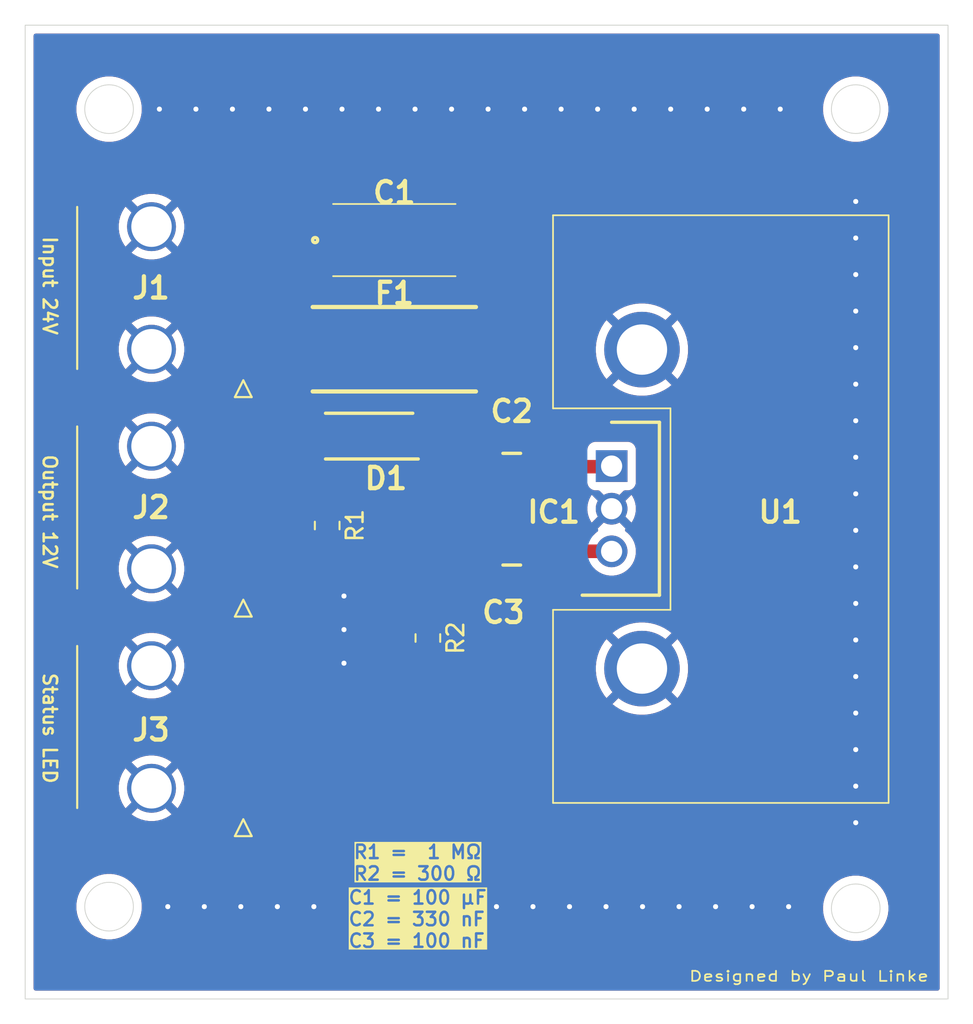
<source format=kicad_pcb>
(kicad_pcb (version 20241229) (generator "pcbnew") (generator_version "9.0")
  (layers (0 "F.Cu" signal) (2 "B.Cu" signal) (13 "F.Paste" user) (15 "B.Paste" user) (5 "F.SilkS" user "F.Silkscreen") (7 "B.SilkS" user "B.Silkscreen") (1 "F.Mask" user) (3 "B.Mask" user) (25 "Edge.Cuts" user))
  (net 0 "")
  (net 1 "Net-(C1-Pad1)")
  (net 2 "GND")
  (net 3 "Net-(IC1-INPUT)")
  (net 4 "Net-(D1-Pad2)")
  (net 5 "Net-(IC1-OUTPUT)")
  (net 6 "Net-(J3-Pad1)")
  (footprint "Diode_1000V_1A_DO-214AC:DIOM5227X270N" (layer "F.Cu") (at 148 93.975 180)
    (property "Reference" "D1" (at -1 -2.525 180) (layer "F.SilkS") (effects (font (size 1.27 1.27) (thickness 0.254))))
    (property "Value" "S1M" (hide yes))
    (fp_line (start 2.6 -1.362) (end -2.925 -1.362) (stroke (width 0.2)) (layer "F.SilkS"))
    (fp_line (start -2.6 1.362) (end 2.6 1.362) (stroke (width 0.2)) (layer "F.SilkS"))
    (pad "1" smd rect (at -2.15 0 270) (size 1.55 2.35) (layers "F.Cu" "F.Mask" "F.Paste") (net 3 "Net-(IC1-INPUT)"))
    (pad "2" smd rect (at 2.15 0 270) (size 1.55 2.35) (layers "F.Cu" "F.Mask" "F.Paste") (net 4 "Net-(D1-Pad2)"))
  )
  (footprint "Capacitor_Ceramic_330nF:CAPC2012X100N" (layer "F.Cu") (at 156.5 95 90)
    (property "Reference" "C2" (at 2.5 0 180) (layer "F.SilkS") (effects (font (size 1.27 1.27) (thickness 0.254))))
    (property "Value" "330 nF" (hide yes))
    (fp_line (start 0 -0.525) (end 0 0.525) (stroke (width 0.2)) (layer "F.SilkS"))
    (pad "1" smd rect (at -0.82 0 90) (size 0.91 1.39) (layers "F.Cu" "F.Mask" "F.Paste") (net 3 "Net-(IC1-INPUT)"))
    (pad "2" smd rect (at 0.82 0 90) (size 0.91 1.39) (layers "F.Cu" "F.Mask" "F.Paste") (net 2 "GND"))
  )
  (footprint "Molex_Microfit_2Pin:43650-02YY_091011" (layer "F.Cu") (at 140.5 85.15 -90)
    (property "Reference" "J1" (at 0 5.5 0) (layer "F.SilkS") (effects (font (size 1.27 1.27) (thickness 0.254))))
    (property "Value" "Input 12V" (hide yes))
    (fp_line (start 4.825 9.9) (end -4.825 9.9) (stroke (width 0.127)) (layer "F.SilkS"))
    (fp_line (start 6.5 0.5) (end 5.5 0) (stroke (width 0.127)) (layer "F.SilkS"))
    (fp_line (start 5.5 0) (end 6.5 -0.5) (stroke (width 0.127)) (layer "F.SilkS"))
    (fp_line (start 6.5 -0.5) (end 6.5 0.5) (stroke (width 0.127)) (layer "F.SilkS"))
    (pad "1" smd rect (at 1.5 0 270) (size 1.27 2.92) (layers "F.Cu" "F.Mask" "F.Paste") (net 2 "GND"))
    (pad "2" smd rect (at -1.5 0 270) (size 1.27 2.92) (layers "F.Cu" "F.Mask" "F.Paste") (net 1 "Net-(C1-Pad1)"))
    (pad "3" thru_hole circle (at 3.65 5.47 270) (size 2.91 2.91) (drill 2.41) (layers "*.Cu" "*.Mask") (net 2 "GND"))
    (pad "4" thru_hole circle (at -3.65 5.47 270) (size 2.91 2.91) (drill 2.41) (layers "*.Cu" "*.Mask") (net 2 "GND"))
  )
  (footprint "LDO_21V-6V_BA17806CP-E2:TO254P460X1010X1720-3P" (layer "F.Cu") (at 162.45 95.76 -90)
    (property "Reference" "IC1" (at 2.74 3.45 0) (layer "F.SilkS") (effects (font (size 1.27 1.27) (thickness 0.254))))
    (property "Value" "LDO" (hide yes))
    (fp_line (start 7.69 1.75) (end 7.69 -2.85) (stroke (width 0.2)) (layer "F.SilkS"))
    (fp_line (start -2.61 -2.85) (end -2.61 0) (stroke (width 0.2)) (layer "F.SilkS"))
    (fp_line (start 7.69 -2.85) (end -2.61 -2.85) (stroke (width 0.2)) (layer "F.SilkS"))
    (pad "1" thru_hole rect (at 0 0 270) (size 1.89 1.89) (drill 1.26) (layers "*.Cu" "*.Mask") (net 3 "Net-(IC1-INPUT)"))
    (pad "2" thru_hole circle (at 2.54 0 270) (size 1.89 1.89) (drill 1.26) (layers "*.Cu" "*.Mask") (net 2 "GND"))
    (pad "3" thru_hole circle (at 5.08 0 270) (size 1.89 1.89) (drill 1.26) (layers "*.Cu" "*.Mask") (net 5 "Net-(IC1-OUTPUT)"))
  )
  (footprint "Capacitor_Tantalum_100uF:T491X" (layer "F.Cu") (at 149.5 82.3)
    (property "Reference" "C1" (at 0 -2.825 0) (layer "F.SilkS") (effects (font (size 1.27 1.27) (thickness 0.254))))
    (property "Value" "100 uF" (hide yes))
    (fp_line (start -3.65 -2.15) (end 3.65 -2.15) (stroke (width 0.1)) (layer "F.SilkS"))
    (fp_line (start 3.65 2.15) (end -3.65 2.15) (stroke (width 0.1)) (layer "F.SilkS"))
    (fp_circle (center -4.72 0) (end -4.72 0.05) (stroke (width 0.2)) (fill no) (layer "F.SilkS"))
    (pad "1" smd rect (at -3.12 0) (size 2.37 2.43) (layers "F.Cu" "F.Mask" "F.Paste") (net 1 "Net-(C1-Pad1)"))
    (pad "2" smd rect (at 3.12 0) (size 2.37 2.43) (layers "F.Cu" "F.Mask" "F.Paste") (net 2 "GND"))
  )
  (footprint "Fuse_1A_Fuse_and_Holder:0154001.DRT" (layer "F.Cu") (at 149.5 88.8)
    (property "Reference" "F1" (at 0 -3.325 0) (layer "F.SilkS") (effects (font (size 1.27 1.27) (thickness 0.254))))
    (property "Value" "0154001.DRT" (hide yes))
    (fp_line (start -4.8641 -2.5146) (end 4.8641 -2.5146) (stroke (width 0.254)) (layer "F.SilkS"))
    (fp_line (start -4.8641 2.5146) (end 4.8641 2.5146) (stroke (width 0.254)) (layer "F.SilkS"))
    (pad "1" smd rect (at -3.1877 0 90) (size 3.81 4.2418) (layers "F.Cu" "F.Mask" "F.Paste") (net 1 "Net-(C1-Pad1)"))
    (pad "2" smd rect (at 3.1877 0 90) (size 3.81 4.2418) (layers "F.Cu" "F.Mask" "F.Paste") (net 4 "Net-(D1-Pad2)"))
  )
  (footprint "Resistor_SMD:R_0805_2012Metric_Pad1.20x1.40mm_HandSolder" (layer "F.Cu") (at 151.5 106 -90)
    (property "Reference" "R2" (at 0 -1.65 90) (layer "F.SilkS"))
    (property "Value" "500 Ohm")
    (fp_line (start -0.227064 0.735) (end 0.227064 0.735) (stroke (width 0.12)) (layer "F.SilkS"))
    (fp_line (start -0.227064 -0.735) (end 0.227064 -0.735) (stroke (width 0.12)) (layer "F.SilkS"))
    (pad "1" smd roundrect (at -1 0 270) (size 1.2 1.4) (layers "F.Cu" "F.Mask" "F.Paste") (roundrect_rratio 0.208333) (net 5 "Net-(IC1-OUTPUT)"))
    (pad "2" smd roundrect (at 1 0 270) (size 1.2 1.4) (layers "F.Cu" "F.Mask" "F.Paste") (roundrect_rratio 0.208333) (net 6 "Net-(J3-Pad1)"))
  )
  (footprint "Molex_Microfit_2Pin:43650-02YY_091011" (layer "F.Cu") (at 140.5 111.3 -90)
    (property "Reference" "J3" (at 0.175 5.5 0) (layer "F.SilkS") (effects (font (size 1.27 1.27) (thickness 0.254))))
    (property "Value" "Status LED" (hide yes))
    (fp_line (start 4.825 9.9) (end -4.825 9.9) (stroke (width 0.127)) (layer "F.SilkS"))
    (fp_line (start 6.5 0.5) (end 5.5 0) (stroke (width 0.127)) (layer "F.SilkS"))
    (fp_line (start 5.5 0) (end 6.5 -0.5) (stroke (width 0.127)) (layer "F.SilkS"))
    (fp_line (start 6.5 -0.5) (end 6.5 0.5) (stroke (width 0.127)) (layer "F.SilkS"))
    (pad "1" smd rect (at 1.5 0 270) (size 1.27 2.92) (layers "F.Cu" "F.Mask" "F.Paste") (net 2 "GND"))
    (pad "2" smd rect (at -1.5 0 270) (size 1.27 2.92) (layers "F.Cu" "F.Mask" "F.Paste") (net 6 "Net-(J3-Pad1)"))
    (pad "3" thru_hole circle (at 3.65 5.47 270) (size 2.91 2.91) (drill 2.41) (layers "*.Cu" "*.Mask") (net 2 "GND"))
    (pad "4" thru_hole circle (at -3.65 5.47 270) (size 2.91 2.91) (drill 2.41) (layers "*.Cu" "*.Mask") (net 2 "GND"))
  )
  (footprint "Molex_Microfit_2Pin:43650-02YY_091011" (layer "F.Cu") (at 140.5 98.225 -90)
    (property "Reference" "J2" (at 0 5.5 0) (layer "F.SilkS") (effects (font (size 1.27 1.27) (thickness 0.254))))
    (property "Value" "Output 6V" (hide yes))
    (fp_line (start 4.825 9.9) (end -4.825 9.9) (stroke (width 0.127)) (layer "F.SilkS"))
    (fp_line (start 6.5 0.5) (end 5.5 0) (stroke (width 0.127)) (layer "F.SilkS"))
    (fp_line (start 5.5 0) (end 6.5 -0.5) (stroke (width 0.127)) (layer "F.SilkS"))
    (fp_line (start 6.5 -0.5) (end 6.5 0.5) (stroke (width 0.127)) (layer "F.SilkS"))
    (pad "1" smd rect (at 1.5 0 270) (size 1.27 2.92) (layers "F.Cu" "F.Mask" "F.Paste") (net 2 "GND"))
    (pad "2" smd rect (at -1.5 0 270) (size 1.27 2.92) (layers "F.Cu" "F.Mask" "F.Paste") (net 5 "Net-(IC1-OUTPUT)"))
    (pad "3" thru_hole circle (at 3.65 5.47 270) (size 2.91 2.91) (drill 2.41) (layers "*.Cu" "*.Mask") (net 2 "GND"))
    (pad "4" thru_hole circle (at -3.65 5.47 270) (size 2.91 2.91) (drill 2.41) (layers "*.Cu" "*.Mask") (net 2 "GND"))
  )
  (footprint "Resistor_SMD:R_0805_2012Metric_Pad1.20x1.40mm_HandSolder" (layer "F.Cu") (at 145.5 99.3 -90)
    (property "Reference" "R1" (at 0 -1.65 270) (layer "F.SilkS"))
    (property "Value" "1 MOhm")
    (fp_line (start -0.227064 0.735) (end 0.227064 0.735) (stroke (width 0.12)) (layer "F.SilkS"))
    (fp_line (start -0.227064 -0.735) (end 0.227064 -0.735) (stroke (width 0.12)) (layer "F.SilkS"))
    (pad "1" smd roundrect (at -1 0 270) (size 1.2 1.4) (layers "F.Cu" "F.Mask" "F.Paste") (roundrect_rratio 0.208333) (net 5 "Net-(IC1-OUTPUT)"))
    (pad "2" smd roundrect (at 1 0 270) (size 1.2 1.4) (layers "F.Cu" "F.Mask" "F.Paste") (roundrect_rratio 0.208333) (net 2 "GND"))
  )
  (footprint "Capacitor_Ceramic_100nF:CAPC2012X140N" (layer "F.Cu") (at 156.5 101.655 -90)
    (property "Reference" "C3" (at 2.82 0.5 0) (layer "F.SilkS") (effects (font (size 1.27 1.27) (thickness 0.254))))
    (property "Value" "100 nF" (hide yes))
    (fp_line (start 0 -0.525) (end 0 0.525) (stroke (width 0.2)) (layer "F.SilkS"))
    (pad "1" smd rect (at -0.82 0 270) (size 0.94 1.43) (layers "F.Cu" "F.Mask" "F.Paste") (net 5 "Net-(IC1-OUTPUT)"))
    (pad "2" smd rect (at 0.82 0 270) (size 0.94 1.43) (layers "F.Cu" "F.Mask" "F.Paste") (net 2 "GND"))
  )
  (footprint "Heatsink_TO-220:513002B02500G" (layer "F.Cu") (at 158.959234 80.821475 -90)
    (property "Reference" "U1" (at 17.678525 -13.540766 180) (layer "F.SilkS") (effects (font (size 1.27 1.27) (thickness 0.254))))
    (property "Value" "Heatsink" (hide yes))
    (fp_line (start 0 0) (end 0 -20) (stroke (width 0.1)) (layer "F.SilkS"))
    (fp_line (start 11.5 0) (end 0 0) (stroke (width 0.1)) (layer "F.SilkS"))
    (fp_line (start 23.5 0) (end 23.5 -7) (stroke (width 0.1)) (layer "F.SilkS"))
    (fp_line (start 35 0) (end 23.5 0) (stroke (width 0.1)) (layer "F.SilkS"))
    (fp_line (start 11.5 -7) (end 11.5 0) (stroke (width 0.1)) (layer "F.SilkS"))
    (fp_line (start 23.5 -7) (end 11.5 -7) (stroke (width 0.1)) (layer "F.SilkS"))
    (fp_line (start 0 -20) (end 35 -20) (stroke (width 0.1)) (layer "F.SilkS"))
    (fp_line (start 35 -20) (end 35 0) (stroke (width 0.1)) (layer "F.SilkS"))
    (pad "1" thru_hole circle (at 8 -5.3 270) (size 4.5 4.5) (drill 3) (layers "*.Cu" "*.Mask") (net 2 "GND"))
    (pad "2" thru_hole circle (at 27 -5.3 270) (size 4.5 4.5) (drill 3) (layers "*.Cu" "*.Mask") (net 2 "GND"))
  )
  (gr_circle (center 177 122.1) (end 178.45 122.1) (stroke (width 0.05)) (fill no) (layer "Edge.Cuts"))
  (gr_circle (center 132.5 122) (end 133.95 122) (stroke (width 0.05)) (fill no) (layer "Edge.Cuts"))
  (gr_circle (center 177 74.5) (end 178.45 74.5) (stroke (width 0.05)) (fill no) (layer "Edge.Cuts"))
  (gr_circle (center 132.5 74.5) (end 133.95 74.5) (stroke (width 0.05)) (fill no) (layer "Edge.Cuts"))
  (gr_rect (start 127.5 69.5) (end 182.5 127.5) (stroke (width 0.05)) (fill no) (layer "Edge.Cuts"))
  (gr_text "Output 12V" (at 128.5 95 270) (layer "F.SilkS") (effects (font (size 0.8 0.8)) (justify left bottom)))
  (gr_text "Designed by Paul Linke" (at 167 126.5 0) (layer "F.SilkS") (effects (font (size 0.6 0.8) (thickness 0.1) (bold yes)) (justify left bottom)))
  (gr_text "R1 =  1 MΩ\nR2 = 300 Ω\n" (at 147 120.5 0) (layer "F.SilkS" knockout) (effects (font (size 0.8 0.8)) (justify left bottom)))
  (gr_text "Status LED" (at 128.5 108 270) (layer "F.SilkS") (effects (font (size 0.8 0.8)) (justify left bottom)))
  (gr_text "Input 24V" (at 128.5 82 270) (layer "F.SilkS") (effects (font (size 0.8 0.8)) (justify left bottom)))
  (gr_text "C1 = 100 µF\nC2 = 330 nF\nC3 = 100 nF" (at 146.695239 124.5 0) (layer "F.SilkS" knockout) (effects (font (size 0.8 0.8)) (justify left bottom)))
  (segment (start 142.675 83.65) (end 146.3123 87.2873) (width 0.8) (layer "F.Cu") (net 1))
  (segment (start 140.5 82.975) (end 141.175 82.3) (width 0.8) (layer "F.Cu") (net 1))
  (segment (start 140.5 83.65) (end 142.675 83.65) (width 0.8) (layer "F.Cu") (net 1))
  (segment (start 146.3123 87.2873) (end 146.3123 88.8) (width 0.8) (layer "F.Cu") (net 1))
  (segment (start 146.3123 88.2873) (end 146.3123 88.8) (width 0.2) (layer "F.Cu") (net 1))
  (segment (start 141.175 82.3) (end 146.38 82.3) (width 0.8) (layer "F.Cu") (net 1))
  (segment (start 140.5 83.65) (end 140.5 82.975) (width 0.8) (layer "F.Cu") (net 1))
  (segment (start 140.524 112.776) (end 140.5 112.8) (width 0.8) (layer "F.Cu") (net 2))
  (via (at 177 99.58824) (size 0.6) (drill 0.3) (layers "F.Cu" "B.Cu") (net 2))
  (via (at 165.97058 74.5) (size 0.6) (drill 0.3) (layers "F.Cu" "B.Cu") (net 2))
  (via (at 144.20588 74.5) (size 0.6) (drill 0.3) (layers "F.Cu" "B.Cu") (net 2))
  (via (at 150.73529 74.5) (size 0.6) (drill 0.3) (layers "F.Cu" "B.Cu") (net 2))
  (via (at 152.91176 74.5) (size 0.6) (drill 0.3) (layers "F.Cu" "B.Cu") (net 2))
  (via (at 157.7647 122) (size 0.6) (drill 0.3) (layers "F.Cu" "B.Cu") (net 2))
  (via (at 168.64705 122) (size 0.6) (drill 0.3) (layers "F.Cu" "B.Cu") (net 2))
  (via (at 173 122) (size 0.6) (drill 0.3) (layers "F.Cu" "B.Cu") (net 2))
  (via (at 177 101.76471) (size 0.6) (drill 0.3) (layers "F.Cu" "B.Cu") (net 2))
  (via (at 177 97.41177) (size 0.6) (drill 0.3) (layers "F.Cu" "B.Cu") (net 2))
  (via (at 163.79411 74.5) (size 0.6) (drill 0.3) (layers "F.Cu" "B.Cu") (net 2))
  (via (at 166.47058 122) (size 0.6) (drill 0.3) (layers "F.Cu" "B.Cu") (net 2))
  (via (at 137.67647 74.5) (size 0.6) (drill 0.3) (layers "F.Cu" "B.Cu") (net 2))
  (via (at 159.94117 122) (size 0.6) (drill 0.3) (layers "F.Cu" "B.Cu") (net 2))
  (via (at 170.82352 122) (size 0.6) (drill 0.3) (layers "F.Cu" "B.Cu") (net 2))
  (via (at 177 114.82353) (size 0.6) (drill 0.3) (layers "F.Cu" "B.Cu") (net 2))
  (via (at 177 108.29412) (size 0.6) (drill 0.3) (layers "F.Cu" "B.Cu") (net 2))
  (via (at 177 110.47059) (size 0.6) (drill 0.3) (layers "F.Cu" "B.Cu") (net 2))
  (via (at 146.5 105.5) (size 0.6) (drill 0.3) (layers "F.Cu" "B.Cu") (net 2))
  (via (at 177 86.52942) (size 0.6) (drill 0.3) (layers "F.Cu" "B.Cu") (net 2))
  (via (at 177 80) (size 0.6) (drill 0.3) (layers "F.Cu" "B.Cu") (net 2))
  (via (at 168.14705 74.5) (size 0.6) (drill 0.3) (layers "F.Cu" "B.Cu") (net 2))
  (via (at 139.85294 74.5) (size 0.6) (drill 0.3) (layers "F.Cu" "B.Cu") (net 2))
  (via (at 177 82.17648) (size 0.6) (drill 0.3) (layers "F.Cu" "B.Cu") (net 2))
  (via (at 157.2647 74.5) (size 0.6) (drill 0.3) (layers "F.Cu" "B.Cu") (net 2))
  (via (at 177 112.64706) (size 0.6) (drill 0.3) (layers "F.Cu" "B.Cu") (net 2))
  (via (at 148.55882 74.5) (size 0.6) (drill 0.3) (layers "F.Cu" "B.Cu") (net 2))
  (via (at 177 90.88236) (size 0.6) (drill 0.3) (layers "F.Cu" "B.Cu") (net 2))
  (via (at 142.02941 74.5) (size 0.6) (drill 0.3) (layers "F.Cu" "B.Cu") (net 2))
  (via (at 146.5 107.5) (size 0.6) (drill 0.3) (layers "F.Cu" "B.Cu") (net 2))
  (via (at 155.08823 74.5) (size 0.6) (drill 0.3) (layers "F.Cu" "B.Cu") (net 2))
  (via (at 177 103.94118) (size 0.6) (drill 0.3) (layers "F.Cu" "B.Cu") (net 2))
  (via (at 177 117) (size 0.6) (drill 0.3) (layers "F.Cu" "B.Cu") (net 2))
  (via (at 136 122) (size 0.6) (drill 0.3) (layers "F.Cu" "B.Cu") (net 2))
  (via (at 135.5 74.5) (size 0.6) (drill 0.3) (layers "F.Cu" "B.Cu") (net 2))
  (via (at 170.32352 74.5) (size 0.6) (drill 0.3) (layers "F.Cu" "B.Cu") (net 2))
  (via (at 164.29411 122) (size 0.6) (drill 0.3) (layers "F.Cu" "B.Cu") (net 2))
  (via (at 140.35294 122) (size 0.6) (drill 0.3) (layers "F.Cu" "B.Cu") (net 2))
  (via (at 177 95.2353) (size 0.6) (drill 0.3) (layers "F.Cu" "B.Cu") (net 2))
  (via (at 161.61764 74.5) (size 0.6) (drill 0.3) (layers "F.Cu" "B.Cu") (net 2))
  (via (at 144.70588 122) (size 0.6) (drill 0.3) (layers "F.Cu" "B.Cu") (net 2))
  (via (at 138.17647 122) (size 0.6) (drill 0.3) (layers "F.Cu" "B.Cu") (net 2))
  (via (at 146.5 103.5) (size 0.6) (drill 0.3) (layers "F.Cu" "B.Cu") (net 2))
  (via (at 177 106.11765) (size 0.6) (drill 0.3) (layers "F.Cu" "B.Cu") (net 2))
  (via (at 159.44117 74.5) (size 0.6) (drill 0.3) (layers "F.Cu" "B.Cu") (net 2))
  (via (at 177 88.70589) (size 0.6) (drill 0.3) (layers "F.Cu" "B.Cu") (net 2))
  (via (at 177 93.05883) (size 0.6) (drill 0.3) (layers "F.Cu" "B.Cu") (net 2))
  (via (at 177 84.35295) (size 0.6) (drill 0.3) (layers "F.Cu" "B.Cu") (net 2))
  (via (at 162.11764 122) (size 0.6) (drill 0.3) (layers "F.Cu" "B.Cu") (net 2))
  (via (at 172.5 74.5) (size 0.6) (drill 0.3) (layers "F.Cu" "B.Cu") (net 2))
  (via (at 146.38235 74.5) (size 0.6) (drill 0.3) (layers "F.Cu" "B.Cu") (net 2))
  (via (at 155.58823 122) (size 0.6) (drill 0.3) (layers "F.Cu" "B.Cu") (net 2))
  (via (at 142.52941 122) (size 0.6) (drill 0.3) (layers "F.Cu" "B.Cu") (net 2))
  (segment (start 158.44 95.82) (end 158.5 95.76) (width 0.2) (layer "F.Cu") (net 3))
  (segment (start 162.45 95.76) (end 162.415 95.795) (width 0.8) (layer "F.Cu") (net 3))
  (segment (start 151.825 93.8) (end 150.15 93.8) (width 0.8) (layer "F.Cu") (net 3))
  (segment (start 153.82 95.795) (end 151.825 93.8) (width 0.8) (layer "F.Cu") (net 3))
  (segment (start 162.415 95.795) (end 153.82 95.795) (width 0.8) (layer "F.Cu") (net 3))
  (segment (start 152.6877 88.8) (end 152.6877 91.2873) (width 0.8) (layer "F.Cu") (net 4))
  (segment (start 152 91.975) (end 146.5 91.975) (width 0.8) (layer "F.Cu") (net 4))
  (segment (start 146.5 91.975) (end 145.85 92.625) (width 0.8) (layer "F.Cu") (net 4))
  (segment (start 152.6877 91.2873) (end 152 91.975) (width 0.8) (layer "F.Cu") (net 4))
  (segment (start 145.85 92.625) (end 145.85 93.8) (width 0.8) (layer "F.Cu") (net 4))
  (segment (start 151.5 105) (end 151.5 102.5) (width 0.8) (layer "F.Cu") (net 5))
  (segment (start 142.75 96.725) (end 140.5 96.725) (width 0.8) (layer "F.Cu") (net 5))
  (segment (start 145.5 98.125) (end 144.15 98.125) (width 0.8) (layer "F.Cu") (net 5))
  (segment (start 154.505 100.84) (end 154.5 100.835) (width 0.8) (layer "F.Cu") (net 5))
  (segment (start 153.085 100.835) (end 150.375 98.125) (width 0.8) (layer "F.Cu") (net 5))
  (segment (start 162.45 100.84) (end 154.505 100.84) (width 0.8) (layer "F.Cu") (net 5))
  (segment (start 153.335 100.835) (end 153.085 100.835) (width 0.8) (layer "F.Cu") (net 5))
  (segment (start 144.15 98.125) (end 142.75 96.725) (width 0.8) (layer "F.Cu") (net 5))
  (segment (start 162.445 100.835) (end 162.45 100.84) (width 0.8) (layer "F.Cu") (net 5))
  (segment (start 154.5 100.835) (end 153.165 100.835) (width 0.8) (layer "F.Cu") (net 5))
  (segment (start 153.165 100.835) (end 151.5 102.5) (width 0.8) (layer "F.Cu") (net 5))
  (segment (start 158 100.835) (end 162.445 100.835) (width 0.8) (layer "F.Cu") (net 5))
  (segment (start 150.375 98.125) (end 145.5 98.125) (width 0.8) (layer "F.Cu") (net 5))
  (segment (start 140.5 109.8) (end 148.7 109.8) (width 0.8) (layer "F.Cu") (net 6))
  (segment (start 140.5 109.8) (end 140.524 109.824) (width 0.8) (layer "F.Cu") (net 6))
  (segment (start 148.7 109.8) (end 151.5 107) (width 0.8) (layer "F.Cu") (net 6))
  (zone (net 2) (net_name "GND") (layers "F.Cu" "B.Cu") (connect_pads (clearance 0.5)) (min_thickness 0.25) (fill yes (thermal_gap 0.5) (thermal_bridge_width 0.5) (island_removal_mode 1) (island_area_min 10))
    (polygon (pts (xy 126 68) (xy 184 68) (xy 184 129) (xy 126 129)))
  )
)
</source>
